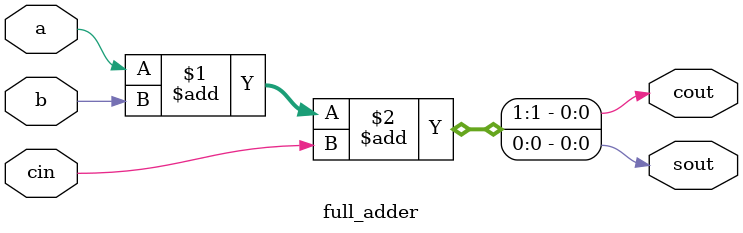
<source format=v>
module mult_wallace
(
    input  wire      A1,
    input  wire      A2,
    input  wire      A3,
    input  wire      A4,
    input  wire      A5,
    input  wire      A6,

    input  wire      CI,

    output wire      CO,
    output wire      S1,
    output wire      S2

   
);
    wire                  S_1;
    wire                  CO_1;

    wire                  S_2;
    wire                  CO_2;
 
    wire                  S_3;
    wire                  CO_3;

    wire                  S_4;
    wire                  CO_4;
 

    full_adder fadder_w1_0(.a(A1), .b(A2), .cin(A3), .sout(S_1), .cout(CO_1));
    full_adder fadder_w2_0(.a(A4), .b(A5), .cin(A6), .sout(S_2), .cout(CO_2));
    full_adder fadder_w3_0(.a(CI), .b(S_1), .cin(S_2), .sout(S_3), .cout(CO_3));
    full_adder fadder_w4_0(.a(CO_1), .b(CO_2), .cin(CO_3), .sout(S_4), .cout(CO_4));





    assign S1 = S_3;
    assign S2 = S_4;
    assign CO = CO_4;

   
endmodule

module full_adder(
    input  a,
    input  b,
    input  cin,
    output cout,
    output sout
);
    assign {cout, sout} = a + b + cin;
endmodule












</source>
